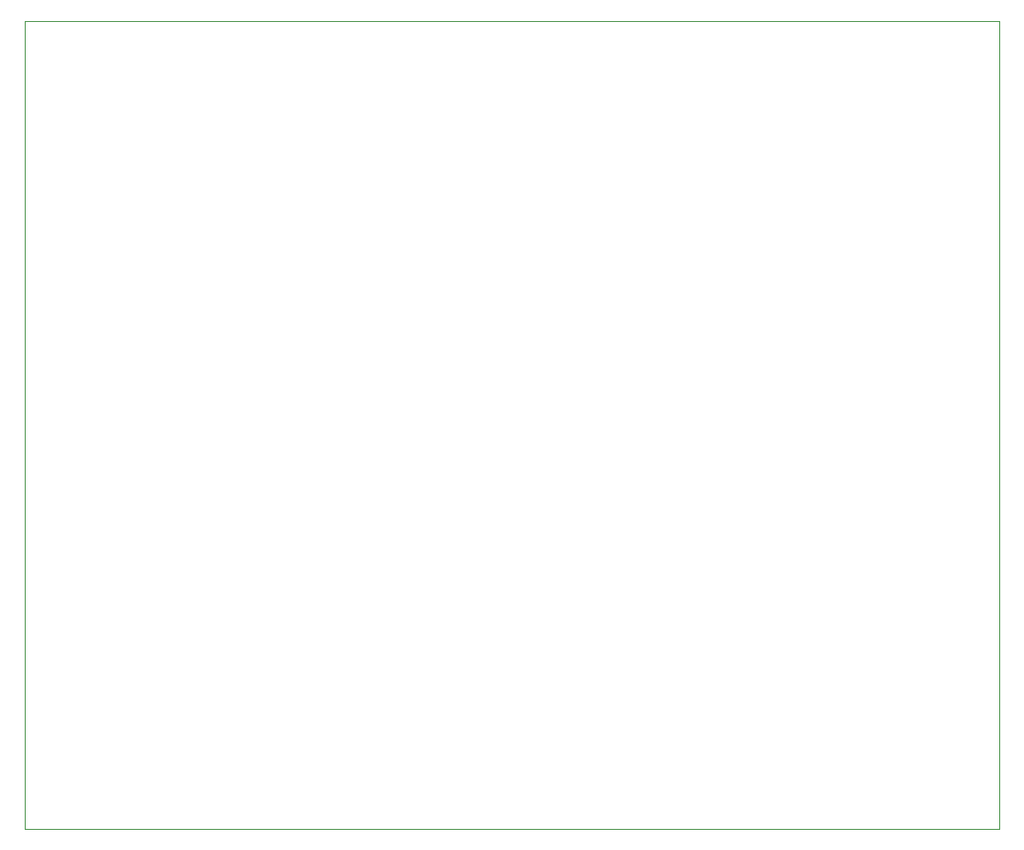
<source format=gm1>
G04 #@! TF.FileFunction,Profile,NP*
%FSLAX46Y46*%
G04 Gerber Fmt 4.6, Leading zero omitted, Abs format (unit mm)*
G04 Created by KiCad (PCBNEW 4.0.6) date Saturday, October 28, 2017 'PMt' 04:53:39 PM*
%MOMM*%
%LPD*%
G01*
G04 APERTURE LIST*
%ADD10C,0.100000*%
G04 APERTURE END LIST*
D10*
X191000000Y-54510000D02*
X191000000Y-129230000D01*
X101000000Y-129230000D02*
X191000000Y-129230000D01*
X101000000Y-54510000D02*
X101000000Y-129230000D01*
X191000000Y-54510000D02*
X101000000Y-54510000D01*
M02*

</source>
